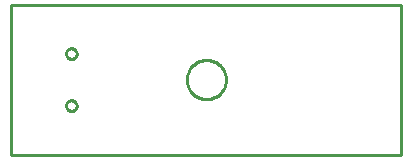
<source format=gbr>
G04 EAGLE Gerber RS-274X export*
G75*
%MOMM*%
%FSLAX34Y34*%
%LPD*%
%IN*%
%IPPOS*%
%AMOC8*
5,1,8,0,0,1.08239X$1,22.5*%
G01*
%ADD10C,0.254000*%


D10*
X0Y0D02*
X330200Y0D01*
X330200Y127000D01*
X0Y127000D01*
X0Y0D01*
X181610Y62960D02*
X181539Y61881D01*
X181398Y60809D01*
X181187Y59749D01*
X180908Y58705D01*
X180560Y57681D01*
X180146Y56683D01*
X179668Y55713D01*
X179128Y54777D01*
X178527Y53878D01*
X177869Y53021D01*
X177157Y52208D01*
X176392Y51444D01*
X175579Y50731D01*
X174722Y50073D01*
X173823Y49472D01*
X172887Y48932D01*
X171917Y48454D01*
X170919Y48040D01*
X169895Y47692D01*
X168851Y47413D01*
X167791Y47202D01*
X166719Y47061D01*
X165640Y46990D01*
X164560Y46990D01*
X163481Y47061D01*
X162409Y47202D01*
X161349Y47413D01*
X160305Y47692D01*
X159281Y48040D01*
X158283Y48454D01*
X157313Y48932D01*
X156377Y49472D01*
X155478Y50073D01*
X154621Y50731D01*
X153808Y51444D01*
X153044Y52208D01*
X152331Y53021D01*
X151673Y53878D01*
X151072Y54777D01*
X150532Y55713D01*
X150054Y56683D01*
X149640Y57681D01*
X149292Y58705D01*
X149013Y59749D01*
X148802Y60809D01*
X148661Y61881D01*
X148590Y62960D01*
X148590Y64040D01*
X148661Y65119D01*
X148802Y66191D01*
X149013Y67251D01*
X149292Y68295D01*
X149640Y69319D01*
X150054Y70317D01*
X150532Y71287D01*
X151072Y72223D01*
X151673Y73122D01*
X152331Y73979D01*
X153044Y74792D01*
X153808Y75557D01*
X154621Y76269D01*
X155478Y76927D01*
X156377Y77528D01*
X157313Y78068D01*
X158283Y78546D01*
X159281Y78960D01*
X160305Y79308D01*
X161349Y79587D01*
X162409Y79798D01*
X163481Y79939D01*
X164560Y80010D01*
X165640Y80010D01*
X166719Y79939D01*
X167791Y79798D01*
X168851Y79587D01*
X169895Y79308D01*
X170919Y78960D01*
X171917Y78546D01*
X172887Y78068D01*
X173823Y77528D01*
X174722Y76927D01*
X175579Y76269D01*
X176392Y75557D01*
X177157Y74792D01*
X177869Y73979D01*
X178527Y73122D01*
X179128Y72223D01*
X179668Y71287D01*
X180146Y70317D01*
X180560Y69319D01*
X180908Y68295D01*
X181187Y67251D01*
X181398Y66191D01*
X181539Y65119D01*
X181610Y64040D01*
X181610Y62960D01*
X55300Y85205D02*
X55223Y84620D01*
X55070Y84050D01*
X54845Y83505D01*
X54550Y82995D01*
X54191Y82527D01*
X53773Y82109D01*
X53305Y81750D01*
X52795Y81455D01*
X52250Y81230D01*
X51680Y81077D01*
X51095Y81000D01*
X50505Y81000D01*
X49920Y81077D01*
X49350Y81230D01*
X48805Y81455D01*
X48295Y81750D01*
X47827Y82109D01*
X47409Y82527D01*
X47050Y82995D01*
X46755Y83505D01*
X46530Y84050D01*
X46377Y84620D01*
X46300Y85205D01*
X46300Y85795D01*
X46377Y86380D01*
X46530Y86950D01*
X46755Y87495D01*
X47050Y88005D01*
X47409Y88473D01*
X47827Y88891D01*
X48295Y89250D01*
X48805Y89545D01*
X49350Y89770D01*
X49920Y89923D01*
X50505Y90000D01*
X51095Y90000D01*
X51680Y89923D01*
X52250Y89770D01*
X52795Y89545D01*
X53305Y89250D01*
X53773Y88891D01*
X54191Y88473D01*
X54550Y88005D01*
X54845Y87495D01*
X55070Y86950D01*
X55223Y86380D01*
X55300Y85795D01*
X55300Y85205D01*
X55300Y41205D02*
X55223Y40620D01*
X55070Y40050D01*
X54845Y39505D01*
X54550Y38995D01*
X54191Y38527D01*
X53773Y38109D01*
X53305Y37750D01*
X52795Y37455D01*
X52250Y37230D01*
X51680Y37077D01*
X51095Y37000D01*
X50505Y37000D01*
X49920Y37077D01*
X49350Y37230D01*
X48805Y37455D01*
X48295Y37750D01*
X47827Y38109D01*
X47409Y38527D01*
X47050Y38995D01*
X46755Y39505D01*
X46530Y40050D01*
X46377Y40620D01*
X46300Y41205D01*
X46300Y41795D01*
X46377Y42380D01*
X46530Y42950D01*
X46755Y43495D01*
X47050Y44005D01*
X47409Y44473D01*
X47827Y44891D01*
X48295Y45250D01*
X48805Y45545D01*
X49350Y45770D01*
X49920Y45923D01*
X50505Y46000D01*
X51095Y46000D01*
X51680Y45923D01*
X52250Y45770D01*
X52795Y45545D01*
X53305Y45250D01*
X53773Y44891D01*
X54191Y44473D01*
X54550Y44005D01*
X54845Y43495D01*
X55070Y42950D01*
X55223Y42380D01*
X55300Y41795D01*
X55300Y41205D01*
M02*

</source>
